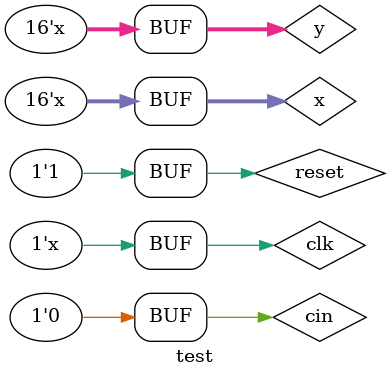
<source format=v>
/*                                           *
 * test_adder16s.v                           *
 * $B=g=x2sO)HG(B 16$B%S%C%H2C;;2sO)$N%F%9%H%Y%s%A(B *
 *                                           */
 
`timescale 1ns / 1ns    // $B%7%_%e%l!<%7%g%s$NC10L;~4V(B / $B@:EY(B
                                                // 1ns = 1/1000000000 sec
`include "adder16s.v"   // adder16.v $B$N<h$j9~$_(B
 
module test ;
        reg reset, clk, cin;
        reg [15:0] x, y;
 
        wire [15:0] sum;
        wire cout;
 
        adder16s  adder16s(clk, reset, x, y, cin, sum, cout);
 
        always begin
                #5      clk = ~clk;
        end
 
        always begin
                #8      x = x + 100;
                        y = y + 200;
        end
 
        initial begin
 
           reset = 1; clk = 0; x = 0; y = 0; cin = 0 ;
           #20 reset = 0;
           #20 reset = 1;
        end
 
endmodule

</source>
